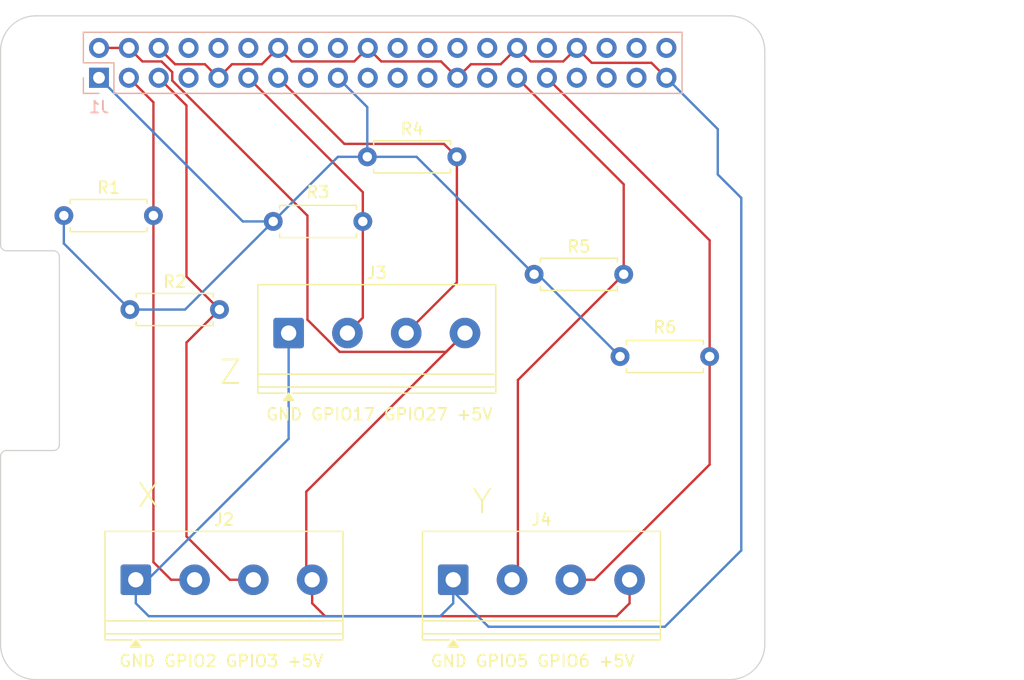
<source format=kicad_pcb>
(kicad_pcb (version 20241229) (generator "pcbnew") (generator_version "9.0")
  (title_block (date "15 nov 2012"))
  (layers (0 "F.Cu" signal) (2 "B.Cu" signal) (13 "F.Paste" user) (15 "B.Paste" user) (5 "F.SilkS" user "F.Silkscreen") (7 "B.SilkS" user "B.Silkscreen") (1 "F.Mask" user) (3 "B.Mask" user) (25 "Edge.Cuts" user))
  (net 0 "")
  (net 1 "GND")
  (net 2 "/GPIO2{slash}SDA1")
  (net 3 "/GPIO3{slash}SCL1")
  (net 4 "/GPIO4{slash}GPCLK0")
  (net 5 "/GPIO14{slash}TXD0")
  (net 6 "/GPIO15{slash}RXD0")
  (net 7 "/GPIO17")
  (net 8 "/GPIO18{slash}PCM.CLK")
  (net 9 "/GPIO27")
  (net 10 "/GPIO22")
  (net 11 "/GPIO23")
  (net 12 "/GPIO24")
  (net 13 "/GPIO10{slash}SPI0.MOSI")
  (net 14 "/GPIO9{slash}SPI0.MISO")
  (net 15 "/GPIO25")
  (net 16 "/GPIO11{slash}SPI0.SCLK")
  (net 17 "/GPIO8{slash}SPI0.CE0")
  (net 18 "/GPIO7{slash}SPI0.CE1")
  (net 19 "/ID_SDA")
  (net 20 "/ID_SCL")
  (net 21 "/GPIO5")
  (net 22 "/GPIO6")
  (net 23 "/GPIO12{slash}PWM0")
  (net 24 "/GPIO13{slash}PWM1")
  (net 25 "/GPIO19{slash}PCM.FS")
  (net 26 "/GPIO16")
  (net 27 "/GPIO26")
  (net 28 "/GPIO20{slash}PCM.DIN")
  (net 29 "/GPIO21{slash}PCM.DOUT")
  (net 30 "+5V")
  (net 31 "+3V3")
  (footprint "MountingHole:MountingHole_2.7mm_M2.5" (layer "F.Cu") (at 161.5 47.5)
    (property "Reference" "MH2" (hide yes))
    (property "Value" "MountingHole_2.7mm_M2.5" (hide yes))
    (pad "" np_thru_hole circle (at 0 0) (size 2.7 2.7) (drill 2.7) (layers "*.Cu" "*.Mask"))
  )
  (footprint "TerminalBlock_Phoenix:TerminalBlock_Phoenix_PT-1,5-4-5.0-H_1x04_P5.00mm_Horizontal" (layer "F.Cu") (at 111.5 91.5)
    (property "Reference" "J2" (at 7.5 -5.12 0) (layer "F.SilkS"))
    (property "Value" "Screw_Terminal_01x04" (hide yes))
    (fp_line (start -2.62 -4.12) (end 17.62 -4.12) (stroke (width 0.12)) (layer "F.SilkS"))
    (fp_line (start -2.62 3.5) (end 17.62 3.5) (stroke (width 0.12)) (layer "F.SilkS"))
    (fp_line (start -2.62 4.6) (end 17.62 4.6) (stroke (width 0.12)) (layer "F.SilkS"))
    (fp_line (start -2.62 5.12) (end -2.62 -4.12) (stroke (width 0.12)) (layer "F.SilkS"))
    (fp_line (start -0.3 5.12) (end -2.62 5.12) (stroke (width 0.12)) (layer "F.SilkS"))
    (fp_line (start 17.62 -4.12) (end 17.62 5.12) (stroke (width 0.12)) (layer "F.SilkS"))
    (fp_line (start 17.62 5.12) (end 0.3 5.12) (stroke (width 0.12)) (layer "F.SilkS"))
    (fp_poly (pts (xy 0 5.12) (xy 0.44 5.73) (xy -0.44 5.73)) (stroke (width 0.12)) (fill yes) (layer "F.SilkS"))
    (pad "1" thru_hole roundrect (at 0 0) (size 2.6 2.6) (drill 1.3) (layers "*.Cu" "*.Mask") (roundrect_rratio 0.096154) (net 1 "GND"))
    (pad "2" thru_hole circle (at 5 0) (size 2.6 2.6) (drill 1.3) (layers "*.Cu" "*.Mask") (net 2 "/GPIO2{slash}SDA1"))
    (pad "3" thru_hole circle (at 10 0) (size 2.6 2.6) (drill 1.3) (layers "*.Cu" "*.Mask") (net 3 "/GPIO3{slash}SCL1"))
    (pad "4" thru_hole circle (at 15 0) (size 2.6 2.6) (drill 1.3) (layers "*.Cu" "*.Mask") (net 30 "+5V"))
  )
  (footprint "Resistor_THT:R_Axial_DIN0207_L6.3mm_D2.5mm_P7.62mm_Horizontal" (layer "F.Cu") (at 105.38 60.5)
    (property "Reference" "R1" (at 3.81 -2.37 0) (layer "F.SilkS"))
    (property "Value" "4.7K")
    (fp_line (start 0.54 -1.37) (end 7.08 -1.37) (stroke (width 0.12)) (layer "F.SilkS"))
    (fp_line (start 0.54 -1.04) (end 0.54 -1.37) (stroke (width 0.12)) (layer "F.SilkS"))
    (fp_line (start 0.54 1.04) (end 0.54 1.37) (stroke (width 0.12)) (layer "F.SilkS"))
    (fp_line (start 0.54 1.37) (end 7.08 1.37) (stroke (width 0.12)) (layer "F.SilkS"))
    (fp_line (start 7.08 -1.37) (end 7.08 -1.04) (stroke (width 0.12)) (layer "F.SilkS"))
    (fp_line (start 7.08 1.37) (end 7.08 1.04) (stroke (width 0.12)) (layer "F.SilkS"))
    (pad "1" thru_hole circle (at 0 0) (size 1.6 1.6) (drill 0.8) (layers "*.Cu" "*.Mask") (net 31 "+3V3"))
    (pad "2" thru_hole circle (at 7.62 0) (size 1.6 1.6) (drill 0.8) (layers "*.Cu" "*.Mask") (net 2 "/GPIO2{slash}SDA1"))
  )
  (footprint "Resistor_THT:R_Axial_DIN0207_L6.3mm_D2.5mm_P7.62mm_Horizontal" (layer "F.Cu") (at 145.38 65.5)
    (property "Reference" "R5" (at 3.81 -2.37 0) (layer "F.SilkS"))
    (property "Value" "4.7K")
    (fp_line (start 0.54 -1.37) (end 7.08 -1.37) (stroke (width 0.12)) (layer "F.SilkS"))
    (fp_line (start 0.54 -1.04) (end 0.54 -1.37) (stroke (width 0.12)) (layer "F.SilkS"))
    (fp_line (start 0.54 1.04) (end 0.54 1.37) (stroke (width 0.12)) (layer "F.SilkS"))
    (fp_line (start 0.54 1.37) (end 7.08 1.37) (stroke (width 0.12)) (layer "F.SilkS"))
    (fp_line (start 7.08 -1.37) (end 7.08 -1.04) (stroke (width 0.12)) (layer "F.SilkS"))
    (fp_line (start 7.08 1.37) (end 7.08 1.04) (stroke (width 0.12)) (layer "F.SilkS"))
    (pad "1" thru_hole circle (at 0 0) (size 1.6 1.6) (drill 0.8) (layers "*.Cu" "*.Mask") (net 31 "+3V3"))
    (pad "2" thru_hole circle (at 7.62 0) (size 1.6 1.6) (drill 0.8) (layers "*.Cu" "*.Mask") (net 21 "/GPIO5"))
  )
  (footprint "MountingHole:MountingHole_2.7mm_M2.5" (layer "F.Cu") (at 103.5 96.5)
    (property "Reference" "MH3" (hide yes))
    (property "Value" "MountingHole_2.7mm_M2.5" (hide yes))
    (pad "" np_thru_hole circle (at 0 0) (size 2.7 2.7) (drill 2.7) (layers "*.Cu" "*.Mask"))
  )
  (footprint "Resistor_THT:R_Axial_DIN0207_L6.3mm_D2.5mm_P7.62mm_Horizontal" (layer "F.Cu") (at 123.19 61)
    (property "Reference" "R3" (at 3.81 -2.5 0) (layer "F.SilkS"))
    (property "Value" "4.7K")
    (fp_line (start 0.54 -1.37) (end 7.08 -1.37) (stroke (width 0.12)) (layer "F.SilkS"))
    (fp_line (start 0.54 -1.04) (end 0.54 -1.37) (stroke (width 0.12)) (layer "F.SilkS"))
    (fp_line (start 0.54 1.04) (end 0.54 1.37) (stroke (width 0.12)) (layer "F.SilkS"))
    (fp_line (start 0.54 1.37) (end 7.08 1.37) (stroke (width 0.12)) (layer "F.SilkS"))
    (fp_line (start 7.08 -1.37) (end 7.08 -1.04) (stroke (width 0.12)) (layer "F.SilkS"))
    (fp_line (start 7.08 1.37) (end 7.08 1.04) (stroke (width 0.12)) (layer "F.SilkS"))
    (pad "1" thru_hole circle (at 0 0) (size 1.6 1.6) (drill 0.8) (layers "*.Cu" "*.Mask") (net 31 "+3V3"))
    (pad "2" thru_hole circle (at 7.62 0) (size 1.6 1.6) (drill 0.8) (layers "*.Cu" "*.Mask") (net 7 "/GPIO17"))
  )
  (footprint "MountingHole:MountingHole_2.7mm_M2.5" (layer "F.Cu") (at 103.5 47.5)
    (property "Reference" "MH1" (hide yes))
    (property "Value" "MountingHole_2.7mm_M2.5" (hide yes))
    (pad "" np_thru_hole circle (at 0 0) (size 2.7 2.7) (drill 2.7) (layers "*.Cu" "*.Mask"))
  )
  (footprint "TerminalBlock_Phoenix:TerminalBlock_Phoenix_PT-1,5-4-5.0-H_1x04_P5.00mm_Horizontal" (layer "F.Cu") (at 124.5 70.5)
    (property "Reference" "J3" (at 7.5 -5.12 0) (layer "F.SilkS"))
    (property "Value" "Screw_Terminal_01x04" (hide yes))
    (fp_line (start -2.62 -4.12) (end 17.62 -4.12) (stroke (width 0.12)) (layer "F.SilkS"))
    (fp_line (start -2.62 3.5) (end 17.62 3.5) (stroke (width 0.12)) (layer "F.SilkS"))
    (fp_line (start -2.62 4.6) (end 17.62 4.6) (stroke (width 0.12)) (layer "F.SilkS"))
    (fp_line (start -2.62 5.12) (end -2.62 -4.12) (stroke (width 0.12)) (layer "F.SilkS"))
    (fp_line (start -0.3 5.12) (end -2.62 5.12) (stroke (width 0.12)) (layer "F.SilkS"))
    (fp_line (start 17.62 -4.12) (end 17.62 5.12) (stroke (width 0.12)) (layer "F.SilkS"))
    (fp_line (start 17.62 5.12) (end 0.3 5.12) (stroke (width 0.12)) (layer "F.SilkS"))
    (fp_poly (pts (xy 0 5.12) (xy 0.44 5.73) (xy -0.44 5.73)) (stroke (width 0.12)) (fill yes) (layer "F.SilkS"))
    (pad "1" thru_hole roundrect (at 0 0) (size 2.6 2.6) (drill 1.3) (layers "*.Cu" "*.Mask") (roundrect_rratio 0.096154) (net 1 "GND"))
    (pad "2" thru_hole circle (at 5 0) (size 2.6 2.6) (drill 1.3) (layers "*.Cu" "*.Mask") (net 7 "/GPIO17"))
    (pad "3" thru_hole circle (at 10 0) (size 2.6 2.6) (drill 1.3) (layers "*.Cu" "*.Mask") (net 9 "/GPIO27"))
    (pad "4" thru_hole circle (at 15 0) (size 2.6 2.6) (drill 1.3) (layers "*.Cu" "*.Mask") (net 30 "+5V"))
  )
  (footprint "MountingHole:MountingHole_2.7mm_M2.5" (layer "F.Cu") (at 161.5 96.5)
    (property "Reference" "MH4" (hide yes))
    (property "Value" "MountingHole_2.7mm_M2.5" (hide yes))
    (pad "" np_thru_hole circle (at 0 0) (size 2.7 2.7) (drill 2.7) (layers "*.Cu" "*.Mask"))
  )
  (footprint "Resistor_THT:R_Axial_DIN0207_L6.3mm_D2.5mm_P7.62mm_Horizontal" (layer "F.Cu") (at 131.19 55.5)
    (property "Reference" "R4" (at 3.81 -2.37 0) (layer "F.SilkS"))
    (property "Value" "4.7K")
    (fp_line (start 0.54 -1.37) (end 7.08 -1.37) (stroke (width 0.12)) (layer "F.SilkS"))
    (fp_line (start 0.54 -1.04) (end 0.54 -1.37) (stroke (width 0.12)) (layer "F.SilkS"))
    (fp_line (start 0.54 1.04) (end 0.54 1.37) (stroke (width 0.12)) (layer "F.SilkS"))
    (fp_line (start 0.54 1.37) (end 7.08 1.37) (stroke (width 0.12)) (layer "F.SilkS"))
    (fp_line (start 7.08 -1.37) (end 7.08 -1.04) (stroke (width 0.12)) (layer "F.SilkS"))
    (fp_line (start 7.08 1.37) (end 7.08 1.04) (stroke (width 0.12)) (layer "F.SilkS"))
    (pad "1" thru_hole circle (at 0 0) (size 1.6 1.6) (drill 0.8) (layers "*.Cu" "*.Mask") (net 31 "+3V3"))
    (pad "2" thru_hole circle (at 7.62 0) (size 1.6 1.6) (drill 0.8) (layers "*.Cu" "*.Mask") (net 9 "/GPIO27"))
  )
  (footprint "TerminalBlock_Phoenix:TerminalBlock_Phoenix_PT-1,5-4-5.0-H_1x04_P5.00mm_Horizontal" (layer "F.Cu") (at 138.5 91.5)
    (property "Reference" "J4" (at 7.5 -5.12 0) (layer "F.SilkS"))
    (property "Value" "Screw_Terminal_01x04" (hide yes))
    (fp_line (start -2.62 -4.12) (end 17.62 -4.12) (stroke (width 0.12)) (layer "F.SilkS"))
    (fp_line (start -2.62 3.5) (end 17.62 3.5) (stroke (width 0.12)) (layer "F.SilkS"))
    (fp_line (start -2.62 4.6) (end 17.62 4.6) (stroke (width 0.12)) (layer "F.SilkS"))
    (fp_line (start -2.62 5.12) (end -2.62 -4.12) (stroke (width 0.12)) (layer "F.SilkS"))
    (fp_line (start -0.3 5.12) (end -2.62 5.12) (stroke (width 0.12)) (layer "F.SilkS"))
    (fp_line (start 17.62 -4.12) (end 17.62 5.12) (stroke (width 0.12)) (layer "F.SilkS"))
    (fp_line (start 17.62 5.12) (end 0.3 5.12) (stroke (width 0.12)) (layer "F.SilkS"))
    (fp_poly (pts (xy 0 5.12) (xy 0.44 5.73) (xy -0.44 5.73)) (stroke (width 0.12)) (fill yes) (layer "F.SilkS"))
    (pad "1" thru_hole roundrect (at 0 0) (size 2.6 2.6) (drill 1.3) (layers "*.Cu" "*.Mask") (roundrect_rratio 0.096154) (net 1 "GND"))
    (pad "2" thru_hole circle (at 5 0) (size 2.6 2.6) (drill 1.3) (layers "*.Cu" "*.Mask") (net 21 "/GPIO5"))
    (pad "3" thru_hole circle (at 10 0) (size 2.6 2.6) (drill 1.3) (layers "*.Cu" "*.Mask") (net 22 "/GPIO6"))
    (pad "4" thru_hole circle (at 15 0) (size 2.6 2.6) (drill 1.3) (layers "*.Cu" "*.Mask") (net 30 "+5V"))
  )
  (footprint "Resistor_THT:R_Axial_DIN0207_L6.3mm_D2.5mm_P7.62mm_Horizontal" (layer "F.Cu") (at 111 68.5)
    (property "Reference" "R2" (at 3.81 -2.37 0) (layer "F.SilkS"))
    (property "Value" "4.7K")
    (fp_line (start 0.54 -1.37) (end 7.08 -1.37) (stroke (width 0.12)) (layer "F.SilkS"))
    (fp_line (start 0.54 -1.04) (end 0.54 -1.37) (stroke (width 0.12)) (layer "F.SilkS"))
    (fp_line (start 0.54 1.04) (end 0.54 1.37) (stroke (width 0.12)) (layer "F.SilkS"))
    (fp_line (start 0.54 1.37) (end 7.08 1.37) (stroke (width 0.12)) (layer "F.SilkS"))
    (fp_line (start 7.08 -1.37) (end 7.08 -1.04) (stroke (width 0.12)) (layer "F.SilkS"))
    (fp_line (start 7.08 1.37) (end 7.08 1.04) (stroke (width 0.12)) (layer "F.SilkS"))
    (pad "1" thru_hole circle (at 0 0) (size 1.6 1.6) (drill 0.8) (layers "*.Cu" "*.Mask") (net 31 "+3V3"))
    (pad "2" thru_hole circle (at 7.62 0) (size 1.6 1.6) (drill 0.8) (layers "*.Cu" "*.Mask") (net 3 "/GPIO3{slash}SCL1"))
  )
  (footprint "Resistor_THT:R_Axial_DIN0207_L6.3mm_D2.5mm_P7.62mm_Horizontal" (layer "F.Cu") (at 152.69 72.5)
    (property "Reference" "R6" (at 3.81 -2.5 0) (layer "F.SilkS"))
    (property "Value" "4.7K")
    (fp_line (start 0.54 -1.37) (end 7.08 -1.37) (stroke (width 0.12)) (layer "F.SilkS"))
    (fp_line (start 0.54 -1.04) (end 0.54 -1.37) (stroke (width 0.12)) (layer "F.SilkS"))
    (fp_line (start 0.54 1.04) (end 0.54 1.37) (stroke (width 0.12)) (layer "F.SilkS"))
    (fp_line (start 0.54 1.37) (end 7.08 1.37) (stroke (width 0.12)) (layer "F.SilkS"))
    (fp_line (start 7.08 -1.37) (end 7.08 -1.04) (stroke (width 0.12)) (layer "F.SilkS"))
    (fp_line (start 7.08 1.37) (end 7.08 1.04) (stroke (width 0.12)) (layer "F.SilkS"))
    (pad "1" thru_hole circle (at 0 0) (size 1.6 1.6) (drill 0.8) (layers "*.Cu" "*.Mask") (net 31 "+3V3"))
    (pad "2" thru_hole circle (at 7.62 0) (size 1.6 1.6) (drill 0.8) (layers "*.Cu" "*.Mask") (net 22 "/GPIO6"))
  )
  (footprint "Connector_PinSocket_2.54mm:PinSocket_2x20_P2.54mm_Vertical" (layer "B.Cu") (at 108.37 48.77 -90)
    (property "Reference" "J1" (at 2.5 0 0) (layer "B.SilkS") (effects (justify mirror)))
    (property "Value" "GPIO")
    (fp_line (start -3.87 1.33) (end -1.27 1.33) (stroke (width 0.12)) (layer "B.SilkS"))
    (fp_line (start -3.87 1.33) (end -3.87 -49.59) (stroke (width 0.12)) (layer "B.SilkS"))
    (fp_line (start -1.27 1.33) (end -1.27 -1.27) (stroke (width 0.12)) (layer "B.SilkS"))
    (fp_line (start 0 1.33) (end 1.33 1.33) (stroke (width 0.12)) (layer "B.SilkS"))
    (fp_line (start 1.33 1.33) (end 1.33 0) (stroke (width 0.12)) (layer "B.SilkS"))
    (fp_line (start -1.27 -1.27) (end 1.33 -1.27) (stroke (width 0.12)) (layer "B.SilkS"))
    (fp_line (start 1.33 -1.27) (end 1.33 -49.59) (stroke (width 0.12)) (layer "B.SilkS"))
    (fp_line (start -3.87 -49.59) (end 1.33 -49.59) (stroke (width 0.12)) (layer "B.SilkS"))
    (pad "1" thru_hole rect (at 0 0 270) (size 1.7 1.7) (drill 1) (layers "*.Cu" "*.Mask") (net 31 "+3V3"))
    (pad "2" thru_hole circle (at -2.54 0 270) (size 1.7 1.7) (drill 1) (layers "*.Cu" "*.Mask") (net 30 "+5V"))
    (pad "3" thru_hole circle (at 0 -2.54 270) (size 1.7 1.7) (drill 1) (layers "*.Cu" "*.Mask") (net 2 "/GPIO2{slash}SDA1"))
    (pad "4" thru_hole circle (at -2.54 -2.54 270) (size 1.7 1.7) (drill 1) (layers "*.Cu" "*.Mask") (net 30 "+5V"))
    (pad "5" thru_hole circle (at 0 -5.08 270) (size 1.7 1.7) (drill 1) (layers "*.Cu" "*.Mask") (net 3 "/GPIO3{slash}SCL1"))
    (pad "6" thru_hole circle (at -2.54 -5.08 270) (size 1.7 1.7) (drill 1) (layers "*.Cu" "*.Mask") (net 1 "GND"))
    (pad "7" thru_hole circle (at 0 -7.62 270) (size 1.7 1.7) (drill 1) (layers "*.Cu" "*.Mask") (net 4 "/GPIO4{slash}GPCLK0"))
    (pad "8" thru_hole circle (at -2.54 -7.62 270) (size 1.7 1.7) (drill 1) (layers "*.Cu" "*.Mask") (net 5 "/GPIO14{slash}TXD0"))
    (pad "9" thru_hole circle (at 0 -10.16 270) (size 1.7 1.7) (drill 1) (layers "*.Cu" "*.Mask") (net 1 "GND"))
    (pad "10" thru_hole circle (at -2.54 -10.16 270) (size 1.7 1.7) (drill 1) (layers "*.Cu" "*.Mask") (net 6 "/GPIO15{slash}RXD0"))
    (pad "11" thru_hole circle (at 0 -12.7 270) (size 1.7 1.7) (drill 1) (layers "*.Cu" "*.Mask") (net 7 "/GPIO17"))
    (pad "12" thru_hole circle (at -2.54 -12.7 270) (size 1.7 1.7) (drill 1) (layers "*.Cu" "*.Mask") (net 8 "/GPIO18{slash}PCM.CLK"))
    (pad "13" thru_hole circle (at 0 -15.24 270) (size 1.7 1.7) (drill 1) (layers "*.Cu" "*.Mask") (net 9 "/GPIO27"))
    (pad "14" thru_hole circle (at -2.54 -15.24 270) (size 1.7 1.7) (drill 1) (layers "*.Cu" "*.Mask") (net 1 "GND"))
    (pad "15" thru_hole circle (at 0 -17.78 270) (size 1.7 1.7) (drill 1) (layers "*.Cu" "*.Mask") (net 10 "/GPIO22"))
    (pad "16" thru_hole circle (at -2.54 -17.78 270) (size 1.7 1.7) (drill 1) (layers "*.Cu" "*.Mask") (net 11 "/GPIO23"))
    (pad "17" thru_hole circle (at 0 -20.32 270) (size 1.7 1.7) (drill 1) (layers "*.Cu" "*.Mask") (net 31 "+3V3"))
    (pad "18" thru_hole circle (at -2.54 -20.32 270) (size 1.7 1.7) (drill 1) (layers "*.Cu" "*.Mask") (net 12 "/GPIO24"))
    (pad "19" thru_hole circle (at 0 -22.86 270) (size 1.7 1.7) (drill 1) (layers "*.Cu" "*.Mask") (net 13 "/GPIO10{slash}SPI0.MOSI"))
    (pad "20" thru_hole circle (at -2.54 -22.86 270) (size 1.7 1.7) (drill 1) (layers "*.Cu" "*.Mask") (net 1 "GND"))
    (pad "21" thru_hole circle (at 0 -25.4 270) (size 1.7 1.7) (drill 1) (layers "*.Cu" "*.Mask") (net 14 "/GPIO9{slash}SPI0.MISO"))
    (pad "22" thru_hole circle (at -2.54 -25.4 270) (size 1.7 1.7) (drill 1) (layers "*.Cu" "*.Mask") (net 15 "/GPIO25"))
    (pad "23" thru_hole circle (at 0 -27.94 270) (size 1.7 1.7) (drill 1) (layers "*.Cu" "*.Mask") (net 16 "/GPIO11{slash}SPI0.SCLK"))
    (pad "24" thru_hole circle (at -2.54 -27.94 270) (size 1.7 1.7) (drill 1) (layers "*.Cu" "*.Mask") (net 17 "/GPIO8{slash}SPI0.CE0"))
    (pad "25" thru_hole circle (at 0 -30.48 270) (size 1.7 1.7) (drill 1) (layers "*.Cu" "*.Mask") (net 1 "GND"))
    (pad "26" thru_hole circle (at -2.54 -30.48 270) (size 1.7 1.7) (drill 1) (layers "*.Cu" "*.Mask") (net 18 "/GPIO7{slash}SPI0.CE1"))
    (pad "27" thru_hole circle (at 0 -33.02 270) (size 1.7 1.7) (drill 1) (layers "*.Cu" "*.Mask") (net 19 "/ID_SDA"))
    (pad "28" thru_hole circle (at -2.54 -33.02 270) (size 1.7 1.7) (drill 1) (layers "*.Cu" "*.Mask") (net 20 "/ID_SCL"))
    (pad "29" thru_hole circle (at 0 -35.56 270) (size 1.7 1.7) (drill 1) (layers "*.Cu" "*.Mask") (net 21 "/GPIO5"))
    (pad "30" thru_hole circle (at -2.54 -35.56 270) (size 1.7 1.7) (drill 1) (layers "*.Cu" "*.Mask") (net 1 "GND"))
    (pad "31" thru_hole circle (at 0 -38.1 270) (size 1.7 1.7) (drill 1) (layers "*.Cu" "*.Mask") (net 22 "/GPIO6"))
    (pad "32" thru_hole circle (at -2.54 -38.1 270) (size 1.7 1.7) (drill 1) (layers "*.Cu" "*.Mask") (net 23 "/GPIO12{slash}PWM0"))
    (pad "33" thru_hole circle (at 0 -40.64 270) (size 1.7 1.7) (drill 1) (layers "*.Cu" "*.Mask") (net 24 "/GPIO13{slash}PWM1"))
    (pad "34" thru_hole circle (at -2.54 -40.64 270) (size 1.7 1.7) (drill 1) (layers "*.Cu" "*.Mask") (net 1 "GND"))
    (pad "35" thru_hole circle (at 0 -43.18 270) (size 1.7 1.7) (drill 1) (layers "*.Cu" "*.Mask") (net 25 "/GPIO19{slash}PCM.FS"))
    (pad "36" thru_hole circle (at -2.54 -43.18 270) (size 1.7 1.7) (drill 1) (layers "*.Cu" "*.Mask") (net 26 "/GPIO16"))
    (pad "37" thru_hole circle (at 0 -45.72 270) (size 1.7 1.7) (drill 1) (layers "*.Cu" "*.Mask") (net 27 "/GPIO26"))
    (pad "38" thru_hole circle (at -2.54 -45.72 270) (size 1.7 1.7) (drill 1) (layers "*.Cu" "*.Mask") (net 28 "/GPIO20{slash}PCM.DIN"))
    (pad "39" thru_hole circle (at 0 -48.26 270) (size 1.7 1.7) (drill 1) (layers "*.Cu" "*.Mask") (net 1 "GND"))
    (pad "40" thru_hole circle (at -2.54 -48.26 270) (size 1.7 1.7) (drill 1) (layers "*.Cu" "*.Mask") (net 29 "/GPIO21{slash}PCM.DOUT"))
  )
  (gr_line (start 165 47) (end 165 46.5) (stroke (width 0.1)) (layer "Edge.Cuts"))
  (gr_arc (start 100.5 63.5) (mid 100.146447 63.353553) (end 100 63) (stroke (width 0.1)) (layer "Edge.Cuts"))
  (gr_line (start 165 97) (end 165 47) (stroke (width 0.1)) (layer "Edge.Cuts"))
  (gr_line (start 100 47) (end 100 63) (stroke (width 0.1)) (layer "Edge.Cuts"))
  (gr_line (start 100 47) (end 100 46.5) (stroke (width 0.1)) (layer "Edge.Cuts"))
  (gr_arc (start 103 100) (mid 100.87868 99.12132) (end 100 97) (stroke (width 0.1)) (layer "Edge.Cuts"))
  (gr_arc (start 100 46.5) (mid 100.87868 44.37868) (end 103 43.5) (stroke (width 0.1)) (layer "Edge.Cuts"))
  (gr_line (start 103 100) (end 162 100) (stroke (width 0.1)) (layer "Edge.Cuts"))
  (gr_line (start 162 43.5) (end 103 43.5) (stroke (width 0.1)) (layer "Edge.Cuts"))
  (gr_line (start 104.5 80.5) (end 100.5 80.5) (stroke (width 0.1)) (layer "Edge.Cuts"))
  (gr_arc (start 100 81) (mid 100.146138 80.646755) (end 100.499127 80.500001) (stroke (width 0.1)) (layer "Edge.Cuts"))
  (gr_arc (start 162 43.5) (mid 164.12132 44.37868) (end 165 46.5) (stroke (width 0.1)) (layer "Edge.Cuts"))
  (gr_arc (start 165 97) (mid 164.12132 99.12132) (end 162 100) (stroke (width 0.1)) (layer "Edge.Cuts"))
  (gr_line (start 105 64) (end 105 80) (stroke (width 0.1)) (layer "Edge.Cuts"))
  (gr_line (start 100 81) (end 100 97) (stroke (width 0.1)) (layer "Edge.Cuts"))
  (gr_line (start 100.5 63.5) (end 104.5 63.5) (stroke (width 0.1)) (layer "Edge.Cuts"))
  (gr_arc (start 105 80) (mid 104.853553 80.353553) (end 104.5 80.5) (stroke (width 0.1)) (layer "Edge.Cuts"))
  (gr_arc (start 104.5 63.5) (mid 104.853553 63.646447) (end 105 64) (stroke (width 0.1)) (layer "Edge.Cuts"))
  (gr_text "Y" (at 140 86 0) (layer "F.SilkS") (effects (font (size 2 2)) (justify left bottom)))
  (gr_text "X" (at 111.5 85.5 0) (layer "F.SilkS") (effects (font (size 2 2)) (justify left bottom)))
  (gr_text "Z" (at 118.5 75 0) (layer "F.SilkS") (effects (font (size 2 2)) (justify left bottom)))
  (gr_text "GND GPIO17 GPIO27 +5V" (at 122.5 78 0) (layer "F.SilkS") (effects (font (size 1 1)) (justify left bottom)))
  (gr_text "GND GPIO5 GPIO6 +5V" (at 136.5 99 0) (layer "F.SilkS") (effects (font (size 1 1)) (justify left bottom)))
  (gr_text "GND GPIO2 GPIO3 +5V" (at 110 99 0) (layer "F.SilkS") (effects (font (size 1 1)) (justify left bottom)))
  (segment (start 137.461 47.381) (end 138.85 48.77) (width 0.2) (layer "F.Cu") (net 1))
  (segment (start 155.36 47.5) (end 156.63 48.77) (width 0.2) (layer "F.Cu") (net 1))
  (segment (start 131.23 46.23) (end 132.381 47.381) (width 0.2) (layer "F.Cu") (net 1))
  (segment (start 140.001 47.619) (end 142.541 47.619) (width 0.2) (layer "F.Cu") (net 1))
  (segment (start 117.379 47.619) (end 118.53 48.77) (width 0.2) (layer "F.Cu") (net 1))
  (segment (start 142.541 47.619) (end 143.93 46.23) (width 0.2) (layer "F.Cu") (net 1))
  (segment (start 118.53 48.77) (end 119.681 47.619) (width 0.2) (layer "F.Cu") (net 1))
  (segment (start 138.85 48.77) (end 140.001 47.619) (width 0.2) (layer "F.Cu") (net 1))
  (segment (start 124.761 47.381) (end 130.079 47.381) (width 0.2) (layer "F.Cu") (net 1))
  (segment (start 143.93 46.23) (end 145.081 47.381) (width 0.2) (layer "F.Cu") (net 1))
  (segment (start 119.681 47.619) (end 122.221 47.619) (width 0.2) (layer "F.Cu") (net 1))
  (segment (start 149.01 46.23) (end 150.28 47.5) (width 0.2) (layer "F.Cu") (net 1))
  (segment (start 130.079 47.381) (end 131.23 46.23) (width 0.2) (layer "F.Cu") (net 1))
  (segment (start 114.839 47.619) (end 117.379 47.619) (width 0.2) (layer "F.Cu") (net 1))
  (segment (start 150.28 47.5) (end 155.36 47.5) (width 0.2) (layer "F.Cu") (net 1))
  (segment (start 113.45 46.23) (end 114.839 47.619) (width 0.2) (layer "F.Cu") (net 1))
  (segment (start 147.859 47.381) (end 149.01 46.23) (width 0.2) (layer "F.Cu") (net 1))
  (segment (start 145.081 47.381) (end 147.859 47.381) (width 0.2) (layer "F.Cu") (net 1))
  (segment (start 123.61 46.23) (end 124.761 47.381) (width 0.2) (layer "F.Cu") (net 1))
  (segment (start 132.381 47.381) (end 137.461 47.381) (width 0.2) (layer "F.Cu") (net 1))
  (segment (start 122.221 47.619) (end 123.61 46.23) (width 0.2) (layer "F.Cu") (net 1))
  (segment (start 161 57) (end 161 53.14) (width 0.2) (layer "B.Cu") (net 1))
  (segment (start 124.5 79.5) (end 124.5 70.5) (width 0.2) (layer "B.Cu") (net 1))
  (segment (start 137.399 94.601) (end 112.601 94.601) (width 0.2) (layer "B.Cu") (net 1))
  (segment (start 163 59) (end 161 57) (width 0.2) (layer "B.Cu") (net 1))
  (segment (start 112.5 91.5) (end 124.5 79.5) (width 0.2) (layer "B.Cu") (net 1))
  (segment (start 138.5 91.5) (end 138.5 93.5) (width 0.2) (layer "B.Cu") (net 1))
  (segment (start 138.5 93.5) (end 137.399 94.601) (width 0.2) (layer "B.Cu") (net 1))
  (segment (start 111.5 91.5) (end 112.5 91.5) (width 0.2) (layer "B.Cu") (net 1))
  (segment (start 112.601 94.601) (end 111.5 93.5) (width 0.2) (layer "B.Cu") (net 1))
  (segment (start 163 89) (end 163 59) (width 0.2) (layer "B.Cu") (net 1))
  (segment (start 111.5 93.5) (end 111.5 91.5) (width 0.2) (layer "B.Cu") (net 1))
  (segment (start 161 53.14) (end 156.63 48.77) (width 0.2) (layer "B.Cu") (net 1))
  (segment (start 156.5 95.5) (end 163 89) (width 0.2) (layer "B.Cu") (net 1))
  (segment (start 141.5 95.5) (end 156.5 95.5) (width 0.2) (layer "B.Cu") (net 1))
  (segment (start 138.5 92.5) (end 141.5 95.5) (width 0.2) (layer "B.Cu") (net 1))
  (segment (start 138.5 91.5) (end 138.5 92.5) (width 0.2) (layer "B.Cu") (net 1))
  (segment (start 113 90) (end 114.5 91.5) (width 0.2) (layer "F.Cu") (net 2))
  (segment (start 113 50.86) (end 113 60.5) (width 0.2) (layer "F.Cu") (net 2))
  (segment (start 110.91 48.77) (end 113 50.86) (width 0.2) (layer "F.Cu") (net 2))
  (segment (start 114.5 91.5) (end 116.5 91.5) (width 0.2) (layer "F.Cu") (net 2))
  (segment (start 113 60.5) (end 113 90) (width 0.2) (layer "F.Cu") (net 2))
  (segment (start 113.45 48.77) (end 115.81 51.13) (width 0.2) (layer "F.Cu") (net 3))
  (segment (start 115.81 65.69) (end 118.62 68.5) (width 0.2) (layer "F.Cu") (net 3))
  (segment (start 115.81 87.81) (end 119.5 91.5) (width 0.2) (layer "F.Cu") (net 3))
  (segment (start 119.5 91.5) (end 121.5 91.5) (width 0.2) (layer "F.Cu") (net 3))
  (segment (start 118.62 68.5) (end 115.81 71.31) (width 0.2) (layer "F.Cu") (net 3))
  (segment (start 115.81 51.13) (end 115.81 65.69) (width 0.2) (layer "F.Cu") (net 3))
  (segment (start 115.81 71.31) (end 115.81 87.81) (width 0.2) (layer "F.Cu") (net 3))
  (segment (start 130.81 69.19) (end 129.5 70.5) (width 0.2) (layer "F.Cu") (net 7))
  (segment (start 121.07 48.77) (end 130.81 58.51) (width 0.2) (layer "F.Cu") (net 7))
  (segment (start 130.81 61) (end 130.81 69.19) (width 0.2) (layer "F.Cu") (net 7))
  (segment (start 130.81 58.51) (end 130.81 61) (width 0.2) (layer "F.Cu") (net 7))
  (segment (start 138.81 55.5) (end 138.81 66.19) (width 0.2) (layer "F.Cu") (net 9))
  (segment (start 137.709 54.399) (end 138.81 55.5) (width 0.2) (layer "F.Cu") (net 9))
  (segment (start 123.61 48.77) (end 129.239 54.399) (width 0.2) (layer "F.Cu") (net 9))
  (segment (start 129.239 54.399) (end 137.709 54.399) (width 0.2) (layer "F.Cu") (net 9))
  (segment (start 138.81 66.19) (end 134.5 70.5) (width 0.2) (layer "F.Cu") (net 9))
  (segment (start 144 74.5) (end 144 91) (width 0.2) (layer "F.Cu") (net 21))
  (segment (start 153 57.84) (end 153 65.5) (width 0.2) (layer "F.Cu") (net 21))
  (segment (start 144 91) (end 143.5 91.5) (width 0.2) (layer "F.Cu") (net 21))
  (segment (start 153 65.5) (end 144 74.5) (width 0.2) (layer "F.Cu") (net 21))
  (segment (start 143.93 48.77) (end 153 57.84) (width 0.2) (layer "F.Cu") (net 21))
  (segment (start 160.31 62.61) (end 160.31 72.5) (width 0.2) (layer "F.Cu") (net 22))
  (segment (start 150.5 91.5) (end 148.5 91.5) (width 0.2) (layer "F.Cu") (net 22))
  (segment (start 160.31 81.69) (end 150.5 91.5) (width 0.2) (layer "F.Cu") (net 22))
  (segment (start 146.47 48.77) (end 160.31 62.61) (width 0.2) (layer "F.Cu") (net 22))
  (segment (start 160.31 72.5) (end 160.31 81.69) (width 0.2) (layer "F.Cu") (net 22))
  (segment (start 137.899 72.101) (end 128.836844 72.101) (width 0.2) (layer "F.Cu") (net 30))
  (segment (start 126.5 93.5) (end 126.5 91.5) (width 0.2) (layer "F.Cu") (net 30))
  (segment (start 153.5 91.5) (end 153.5 93.5) (width 0.2) (layer "F.Cu") (net 30))
  (segment (start 139.5 70.5) (end 137.899 72.101) (width 0.2) (layer "F.Cu") (net 30))
  (segment (start 126.101 60.50876) (end 114.601 49.00876) (width 0.2) (layer "F.Cu") (net 30))
  (segment (start 126 91) (end 126 84) (width 0.2) (layer "F.Cu") (net 30))
  (segment (start 126.101 69.365156) (end 126.101 60.50876) (width 0.2) (layer "F.Cu") (net 30))
  (segment (start 128.836844 72.101) (end 126.101 69.365156) (width 0.2) (layer "F.Cu") (net 30))
  (segment (start 110.91 46.23) (end 108.37 46.23) (width 0.2) (layer "F.Cu") (net 30))
  (segment (start 152.399 94.601) (end 127.601 94.601) (width 0.2) (layer "F.Cu") (net 30))
  (segment (start 153.5 93.5) (end 152.399 94.601) (width 0.2) (layer "F.Cu") (net 30))
  (segment (start 126.5 91.5) (end 126 91) (width 0.2) (layer "F.Cu") (net 30))
  (segment (start 127.601 94.601) (end 126.5 93.5) (width 0.2) (layer "F.Cu") (net 30))
  (segment (start 113.68876 47.381) (end 112.061 47.381) (width 0.2) (layer "F.Cu") (net 30))
  (segment (start 112.061 47.381) (end 110.91 46.23) (width 0.2) (layer "F.Cu") (net 30))
  (segment (start 114.601 48.29324) (end 113.68876 47.381) (width 0.2) (layer "F.Cu") (net 30))
  (segment (start 114.601 49.00876) (end 114.601 48.29324) (width 0.2) (layer "F.Cu") (net 30))
  (segment (start 126 84) (end 139.5 70.5) (width 0.2) (layer "F.Cu") (net 30))
  (segment (start 145.38 65.5) (end 145.69 65.5) (width 0.2) (layer "B.Cu") (net 31))
  (segment (start 123.19 61) (end 115.69 68.5) (width 0.2) (layer "B.Cu") (net 31))
  (segment (start 108.37 48.77) (end 120.6 61) (width 0.2) (layer "B.Cu") (net 31))
  (segment (start 131.19 55.5) (end 128.69 55.5) (width 0.2) (layer "B.Cu") (net 31))
  (segment (start 105.38 62.88) (end 105.38 60.5) (width 0.2) (layer "B.Cu") (net 31))
  (segment (start 123.19 61.5) (end 123.19 61) (width 0.2) (layer "B.Cu") (net 31))
  (segment (start 128.69 48.77) (end 131.19 51.27) (width 0.2) (layer "B.Cu") (net 31))
  (segment (start 131.19 55.5) (end 135.38 55.5) (width 0.2) (layer "B.Cu") (net 31))
  (segment (start 128.69 55.5) (end 123.19 61) (width 0.2) (layer "B.Cu") (net 31))
  (segment (start 115.69 68.5) (end 111 68.5) (width 0.2) (layer "B.Cu") (net 31))
  (segment (start 145.69 65.5) (end 152.69 72.5) (width 0.2) (layer "B.Cu") (net 31))
  (segment (start 131.19 51.27) (end 131.19 55.5) (width 0.2) (layer "B.Cu") (net 31))
  (segment (start 111 68.5) (end 105.38 62.88) (width 0.2) (layer "B.Cu") (net 31))
  (segment (start 135.38 55.5) (end 145.38 65.5) (width 0.2) (layer "B.Cu") (net 31))
  (segment (start 120.6 61) (end 123.19 61) (width 0.2) (layer "B.Cu") (net 31))
)
</source>
